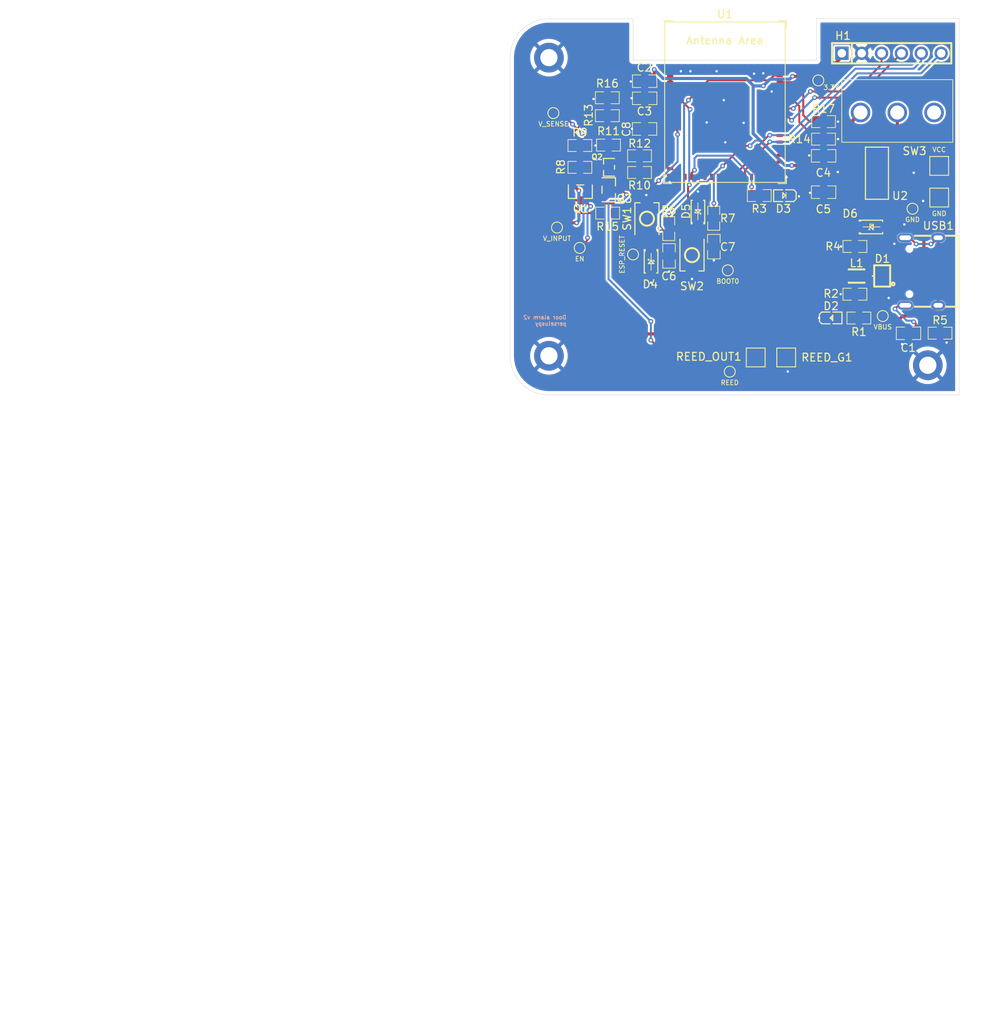
<source format=kicad_pcb>
(kicad_pcb (version 20240108) (generator "pcbnew") (generator_version "8.0")
  (layers (0 "F.Cu" signal) (31 "B.Cu" signal) (34 "B.Paste" user) (35 "F.Paste" user) (36 "B.SilkS" user "B.Silkscreen") (37 "F.SilkS" user "F.Silkscreen") (38 "B.Mask" user) (39 "F.Mask" user) (44 "Edge.Cuts" user))
  (net 0 "")
  (net 1 "/SHIELD")
  (net 2 "GND")
  (net 3 "/V_INPUT")
  (net 4 "+3.3V")
  (net 5 "/ESP_RESET")
  (net 6 "/BOOT0")
  (net 7 "/V_SENSE")
  (net 8 "/D-")
  (net 9 "/D+")
  (net 10 "/VBUS")
  (net 11 "/U0_TX")
  (net 12 "/U0_RX")
  (net 13 "/GEN_1")
  (net 14 "/GEN_2")
  (net 15 "/USB_D-")
  (net 16 "/USB_D+")
  (net 17 "/EN")
  (net 18 "Net-(Q1-D)")
  (net 19 "Net-(Q2-G)")
  (net 20 "Net-(Q3-S)")
  (net 21 "Net-(USB1-CC1)")
  (net 22 "/LED_EN")
  (net 23 "Net-(USB1-CC2)")
  (net 24 "/STRAP_3")
  (net 25 "/STRAP_45")
  (net 26 "/STRAP_46")
  (net 27 "VCC")
  (net 31 "/MEAS_EN")
  (net 55 "/REED")
  (net 56 "/REED_EN")
  (net 58 "Net-(D2-A)")
  (net 59 "Net-(D3-A)")
  (footprint "pepy_sym_lib:[TEST_POINT]TestPoint_Pad_2.0x2.0mm" (layer "F.Cu") (at 136.7536 82.9196)
    (property "Reference" "TP9")
    (property "Value" "VCC")
  )
  (footprint "pepy_sym_lib:[CAP_SMD]0805_2012Metric" (layer "F.Cu") (at 99.0714 74.2696 180)
    (property "Reference" "C3")
    (property "Value" "0.1u")
  )
  (footprint "pepy_sym_lib:[RES_SMD]0805_2012Metric" (layer "F.Cu") (at 121.9689 79.502)
    (property "Reference" "R14")
    (property "Value" "10k")
  )
  (footprint "pepy_sym_lib:[CAP_SMD]0805_2012Metric" (layer "F.Cu") (at 107.9352 93.2748 -90)
    (property "Reference" "C7")
    (property "Value" "1u")
  )
  (footprint "pepy_sym_lib:[TACTILE_SWITCH]XUNPU TS-1088-AR02016" (layer "F.Cu") (at 105.156 94.322 90)
    (property "Reference" "SW2")
    (property "Value" "TS-1088-AR02016")
  )
  (footprint "pepy_sym_lib:[TEST_POINT]TestPoint_Pad_D1.0mm" (layer "F.Cu") (at 87.44 76.17)
    (property "Reference" "TP8")
    (property "Value" "V_SENSE")
  )
  (footprint "pepy_sym_lib:[SCHOTTKY_DIODE_40V]STMicroelectronics STPS140Z" (layer "F.Cu") (at 128.1176 90.7288)
    (property "Reference" "D6")
    (property "Value" "STPS140Z")
  )
  (footprint "pepy_sym_lib:[RES_SMD]0805_2012Metric" (layer "F.Cu") (at 90.8285 83.1088 180)
    (property "Reference" "R8")
    (property "Value" "100k")
  )
  (footprint "pepy_sym_lib:[ESD_PROT]Nexperia IP4283CZ10-TBR,115" (layer "F.Cu") (at 129.4656 96.9852 90)
    (property "Reference" "D1")
    (property "Value" "IP4283CZ10-TBR,115")
  )
  (footprint "pepy_sym_lib:[RES_SMD]0805_2012Metric" (layer "F.Cu") (at 94.3337 74.2188 180)
    (property "Reference" "R16")
    (property "Value" "10k")
  )
  (footprint "pepy_sym_lib:[CAP_SMD]0805_2012Metric" (layer "F.Cu") (at 99.0714 72.0852 180)
    (property "Reference" "C2")
    (property "Value" "10u")
  )
  (footprint "pepy_sym_lib:[TEST_POINT]TestPoint_Pad_D1.0mm" (layer "F.Cu") (at 121.3 72)
    (property "Reference" "TP2")
    (property "Value" "3.3V")
  )
  (footprint "pepy_sym_lib:[PMOS]Jiangsu Changjing Electronics Technology Co., Ltd. CJ2301 S1" (layer "F.Cu") (at 94.5155 85.9688 180)
    (property "Reference" "Q3")
    (property "Value" "CJ2301 S1")
  )
  (footprint "pepy_sym_lib:[TEST_POINT]TestPoint_Pad_D1.0mm" (layer "F.Cu") (at 133.35 88.392)
    (property "Reference" "TP5")
    (property "Value" "GND")
  )
  (footprint "Fiducial:Fiducial_0.5mm_Mask1mm" (layer "F.Cu") (at 91.98 107.27)
    (property "Reference" "FID1" (hide yes))
    (property "Value" "")
  )
  (footprint "pepy_sym_lib:[LED]Lite-On LTST-C190KRKT" (layer "F.Cu") (at 122.936 102.362)
    (property "Reference" "D2")
    (property "Value" "LTST-C190KRKT")
  )
  (footprint "pepy_sym_lib:[RES_SMD]0805_2012Metric" (layer "F.Cu") (at 90.8285 80.31385)
    (property "Reference" "R9")
    (property "Value" "15k 1%")
  )
  (footprint "pepy_sym_lib:[MCU]Espressif Systems ESP32-S3-MINI-1-N8" (layer "F.Cu") (at 109.3686 77.3276)
    (property "Reference" "U1")
    (property "Value" "ESP32-S3-MINI-1")
  )
  (footprint "pepy_sym_lib:[RES_SMD]0805_2012Metric" (layer "F.Cu") (at 136.864 104.3)
    (property "Reference" "R5")
    (property "Value" "1M")
  )
  (footprint "pepy_sym_lib:[RES_SMD]0805_2012Metric" (layer "F.Cu") (at 113.754 86.7156)
    (property "Reference" "R3")
    (property "Value" "470R")
  )
  (footprint "pepy_sym_lib:[SCHOTTKY_DIODE_40V]STMicroelectronics STPS140Z" (layer "F.Cu") (at 99.923 95.1992 -90)
    (property "Reference" "D4")
    (property "Value" "STPS140Z")
  )
  (footprint "pepy_sym_lib:[LED]Lite-On LTST-C190KRKT" (layer "F.Cu") (at 116.9796 86.7156 180)
    (property "Reference" "D3")
    (property "Value" "LTST-C190KRKT")
  )
  (footprint "pepy_sym_lib:[TEST_POINT]TestPoint_Pad_D1.0mm" (layer "F.Cu") (at 109.728 96.266)
    (property "Reference" "TP4")
    (property "Value" "BOOT0")
  )
  (footprint "pepy_sym_lib:[RES_SMD]0805_2012Metric" (layer "F.Cu") (at 126.492 102.362 180)
    (property "Reference" "R1")
    (property "Value" "470R")
  )
  (footprint "pepy_sym_lib:[RES_SMD]0805_2012Metric" (layer "F.Cu") (at 98.4466 83.7692 180)
    (property "Reference" "R10")
    (property "Value" "1k")
  )
  (footprint "pepy_sym_lib:[RES_SMD]0805_2012Metric" (layer "F.Cu") (at 125.984 93.218)
    (property "Reference" "R4")
    (property "Value" "5.1k")
  )
  (footprint "pepy_sym_lib:[RES_SMD]0805_2012Metric" (layer "F.Cu") (at 102.1898 90.9364 -90)
    (property "Reference" "R6")
    (property "Value" "10k")
  )
  (footprint "Fiducial:Fiducial_0.5mm_Mask1mm" (layer "F.Cu") (at 91.61 68.87)
    (property "Reference" "FID3" (hide yes))
    (property "Value" "")
  )
  (footprint "pepy_sym_lib:[CAP_SMD]0805_2012Metric" (layer "F.Cu") (at 132.8 104.3 180)
    (property "Reference" "C1")
    (property "Value" "1u")
  )
  (footprint "MountingHole:MountingHole_2.2mm_M2_DIN965_Pad" (layer "F.Cu") (at 135.3 108.4)
    (property "Reference" "H2" (hide yes))
    (property "Value" "MountingHole_Pad")
  )
  (footprint "pepy_sym_lib:[RES_SMD]0805_2012Metric" (layer "F.Cu") (at 121.9727 77.2668)
    (property "Reference" "R17")
    (property "Value" "10k")
  )
  (footprint "pepy_sym_lib:[USB_C_16P_RA_FEMALE]SHOU HAN TYPE-C 16PIN 2MD(073)" (layer "F.Cu") (at 134.245 96.42 90)
    (property "Reference" "USB1")
    (property "Value" "TYPE-C 16PIN 2MD(073)")
  )
  (footprint "pepy_sym_lib:[TEST_POINT]TestPoint_Pad_2.0x2.0mm" (layer "F.Cu") (at 136.7536 86.9696)
    (property "Reference" "TP10")
    (property "Value" "GND")
  )
  (footprint "pepy_sym_lib:[SCHOTTKY_DIODE_40V]STMicroelectronics STPS140Z" (layer "F.Cu") (at 105.918 88.734 90)
    (property "Reference" "D5")
    (property "Value" "STPS140Z")
  )
  (footprint "pepy_sym_lib:[TEST_POINT]TestPoint_Pad_D1.0mm" (layer "F.Cu") (at 129.54 102.108)
    (property "Reference" "TP1")
    (property "Value" "VBUS")
  )
  (footprint "pepy_sym_lib:[RES_SMD]0805_2012Metric" (layer "F.Cu") (at 98.4485 81.6356)
    (property "Reference" "R12")
    (property "Value" "10k")
  )
  (footprint "pepy_sym_lib:[TEST_POINT]TestPoint_Pad_D1.0mm" (layer "F.Cu") (at 97.6178 94.2384 -90)
    (property "Reference" "TP3")
    (property "Value" "ESP_RESET")
  )
  (footprint "pepy_sym_lib:[RES_SMD]0805_2012Metric" (layer "F.Cu") (at 125.984 99.314)
    (property "Reference" "R2")
    (property "Value" "5.1k")
  )
  (footprint "pepy_sym_lib:[TEST_POINT]TestPoint_Pad_D1.0mm" (layer "F.Cu") (at 90.8 93.4)
    (property "Reference" "TP7")
    (property "Value" "EN")
  )
  (footprint "pepy_sym_lib:[PMOS]Jiangsu Changjing Electronics Technology Co., Ltd. CJ2301 S1" (layer "F.Cu") (at 90.8793 86.221 90)
    (property "Reference" "Q1")
    (property "Value" "CJ2301 S1")
  )
  (footprint "pepy_sym_lib:[TACTILE_SWITCH]XUNPU TS-1088-AR02016" (layer "F.Cu") (at 99.3958 89.6664 -90)
    (property "Reference" "SW1")
    (property "Value" "TS-1088-AR02016")
  )
  (footprint "pepy_sym_lib:[RES_SMD]0805_2012Metric" (layer "F.Cu") (at 94.3807 88.9508)
    (property "Reference" "R15")
    (property "Value" "30k")
  )
  (footprint "MountingHole:MountingHole_2.2mm_M2_DIN965_Pad" (layer "F.Cu") (at 86.868 107.188)
    (property "Reference" "H3" (hide yes))
    (property "Value" "MountingHole_Pad")
  )
  (footprint "TestPoint:TestPoint_Pad_2.0x2.0mm" (layer "F.Cu") (at 117.2 107.4 180)
    (property "Reference" "REED_G1")
    (property "Value" "REED_G")
  )
  (footprint "pepy_sym_lib:[CAP_SMD]0805_2012Metric" (layer "F.Cu") (at 121.9468 86.2658 180)
    (property "Reference" "C5")
    (property "Value" "22u")
  )
  (footprint "MountingHole:MountingHole_2.2mm_M2_DIN965_Pad" (layer "F.Cu") (at 86.868 69.088)
    (property "Reference" "H4" (hide yes))
    (property "Value" "MountingHole_Pad")
  )
  (footprint "pepy_sym_lib:[NMOS]Nexperia BSS138PW,115" (layer "F.Cu") (at 94.5513 83.0984)
    (property "Reference" "Q2")
    (property "Value" "BSS138PW,115")
  )
  (footprint "pepy_sym_lib:[TEST_POINT]TestPoint_Pad_D1.0mm" (layer "F.Cu") (at 109.982 109.22)
    (property "Reference" "TP11")
    (property "Value" "REED")
  )
  (footprint "pepy_sym_lib:[CAP_SMD]0805_2012Metric" (layer "F.Cu") (at 99.0562 78.1812 180)
    (property "Reference" "C8")
    (property "Value" "1u")
  )
  (footprint "pepy_sym_lib:[CAP_SMD]0805_2012Metric" (layer "F.Cu") (at 121.952 81.6216 180)
    (property "Reference" "C4")
    (property "Value" "22u")
  )
  (footprint "pepy_sym_lib:[TEST_POINT]TestPoint_Pad_D1.0mm" (layer "F.Cu") (at 87.9 90.8)
    (property "Reference" "TP6")
    (property "Value" "V_INPUT")
  )
  (footprint "TestPoint:TestPoint_Pad_2.0x2.0mm" (layer "F.Cu") (at 113.3 107.4 180)
    (property "Reference" "REED_OUT1")
    (property "Value" "REED_OUT")
  )
  (footprint "pepy_sym_lib:[COMMON_MODE_FILTER]Murata Electronics DLW21SN900SQ2L" (layer "F.Cu") (at 126.2 97 90)
    (property "Reference" "L1")
    (property "Value" "DLW21SN900SQ2L")
  )
  (footprint "pepy_sym_lib:[SLIDE_SWITCH]XKB Connection SS-12D10L5" (layer "F.Cu") (at 131.4 76.1)
    (property "Reference" "SW3")
    (property "Value" "SS-12D10L5")
  )
  (footprint "pepy_sym_lib:[LDO]Diodes Incorporated AP2114HA-3.3TRG1" (layer "F.Cu") (at 128.7 83.8568 180)
    (property "Reference" "U2")
    (property "Value" "AP2114HA-3.3TRG1")
  )
  (footprint "pepy_sym_lib:[RES_SMD]0805_2012Metric" (layer "F.Cu") (at 94.4842 80.264 180)
    (property "Reference" "R11")
    (property "Value" "15k 1%")
  )
  (footprint "pepy_sym_lib:[RES_SMD]0805_2012Metric" (layer "F.Cu") (at 107.9389 89.617 -90)
    (property "Reference" "R7")
    (property "Value" "10k")
  )
  (footprint "pepy_sym_lib:[CAP_SMD]0805_2012Metric" (layer "F.Cu") (at 102.209 94.4568 -90)
    (property "Reference" "C6")
    (property "Value" "1u")
  )
  (footprint "pepy_sym_lib:[6P_HEADER_STR]XFCN PZ254V-11-06P" (layer "F.Cu") (at 130.6576 68.5292)
    (property "Reference" "H1")
    (property "Value" "PZ254V-11-06P")
  )
  (footprint "pepy_sym_lib:[RES_SMD]0805_2012Metric" (layer "F.Cu") (at 94.3337 76.5048)
    (property "Reference" "R13")
    (property "Value" "10k")
  )
  (gr_line (start 81.9 107.18) (end 81.9 69.088) (stroke (width 0.05)) (layer "Edge.Cuts"))
  (gr_line (start 121.075 64.1) (end 139.3 64.1) (stroke (width 0.05)) (layer "Edge.Cuts"))
  (gr_arc (start 86.9 112.2) (mid 83.357402 110.728456) (end 81.9 107.18) (stroke (width 0.05)) (layer "Edge.Cuts"))
  (gr_line (start 139.3 112.2) (end 86.9 112.2) (stroke (width 0.05)) (layer "Edge.Cuts"))
  (gr_line (start 97.643856 69.41) (end 121.08 69.41) (stroke (width 0.05)) (layer "Edge.Cuts"))
  (gr_line (start 121.075 69.41) (end 121.075 64.1) (stroke (width 0.05)) (layer "Edge.Cuts"))
  (gr_line (start 97.639452 64.12) (end 97.639452 69.41) (stroke (width 0.05)) (layer "Edge.Cuts"))
  (gr_line (start 86.868 64.12) (end 97.639452 64.12) (stroke (width 0.05)) (layer "Edge.Cuts"))
  (gr_arc (start 81.9 69.088) (mid 83.355094 65.575094) (end 86.868 64.12) (stroke (width 0.05)) (layer "Edge.Cuts"))
  (gr_line (start 139.3 64.1) (end 139.3 112.2) (stroke (width 0.05)) (layer "Edge.Cuts"))
  (gr_text "Door alarm v2\nperseluspy\n" (at 89.154 103.378 0) (layer "B.SilkS") (effects (font (size 0.5 0.5) (thickness 0.1)) (justify left bottom mirror)))
  (segment (start 135.9515 104.3) (end 135.9515 101.4135) (width 0.25) (layer "F.Cu") (net 1))
  (segment (start 133 92.1) (end 133.8 92.9) (width 0.25) (layer "F.Cu") (net 1))
  (segment (start 133.55 102.85) (end 133.75 103.05) (width 0.25) (layer "F.Cu") (net 1))
  (segment (start 136.7555 100.8705) (end 136.625 100.74) (width 0.25) (layer "F.Cu") (net 1))
  (segment (start 133.5 102.85) (end 133.55 102.85) (width 0.25) (layer "F.Cu") (net 1))
  (segment (start 132.415 100.74) (end 131.56 100.74) (width 0.25) (layer "F.Cu") (net 1))
  (segment (start 136.625 100.74) (end 136.625 92.1) (width 0.25) (layer "F.Cu") (net 1))
  (segment (start 133.75 104.3) (end 135.9515 104.3) (width 0.25) (layer "F.Cu") (net 1))
  (segment (start 131.56 100.74) (end 131.1 101.2) (width 0.25) (layer "F.Cu") (net 1))
  (segment (start 135.9515 101.4135) (end 136.625 100.74) (width 0.25) (layer "F.Cu") (net 1))
  (segment (start 132.415 100.919) (end 132.415 100.74) (width 0.25) (layer "F.Cu") (net 1))
  (segment (start 132.415 92.1) (end 133 92.1) (width 0.25) (layer "F.Cu") (net 1))
  (segment (start 135.7 92.9) (end 135.825 92.9) (width 0.25) (layer "F.Cu") (net 1))
  (segment (start 135.825 92.9) (end 136.625 92.1) (width 0.25) (layer "F.Cu") (net 1))
  (segment (start 133.75 103.05) (end 133.75 104.3) (width 0.25) (layer "F.Cu") (net 1))
  (via (at 131.1 101.2) (size 0.6) (drill 0.3) (layers "F.Cu" "B.Cu") (net 1))
  (via (at 133.5 102.85) (size 0.6) (drill 0.3) (layers "F.Cu" "B.Cu") (net 1))
  (via (at 133.8 92.9) (size 0.6) (drill 0.3) (layers "F.Cu" "B.Cu") (net 1))
  (via (at 135.7 92.9) (size 0.6) (drill 0.3) (layers "F.Cu" "B.Cu") (net 1))
  (segment (start 133.5 102.7) (end 133.5 102.85) (width 0.25) (layer "B.Cu") (net 1))
  (segment (start 133.8 92.9) (end 135.7 92.9) (width 0.25) (layer "B.Cu") (net 1))
  (segment (start 132.6 102.7) (end 133.5 102.7) (width 0.25) (layer "B.Cu") (net 1))
  (segment (start 131.1 101.2) (end 132.6 102.7) (width 0.25) (layer "B.Cu") (net 1))
  (segment (start 110.2186 70.3276) (end 111.0686 70.3276) (width 0.4) (layer "F.Cu") (net 2))
  (segment (start 95.4513 82.4484) (end 96.7232 82.4484) (width 0.25) (layer "F.Cu") (net 2))
  (segment (start 121.412 102.362) (end 122.136 102.362) (width 0.25) (layer "F.Cu") (net 2))
  (segment (start 99.3958 86.7256) (end 99.314 86.6438) (width 0.25) (layer "F.Cu") (net 2))
  (segment (start 95.0484 82.4484) (end 93.5717 80.9717) (width 0.25) (layer "F.Cu") (net 2))
  (segment (start 111.0186 77.3276) (end 111.6684 77.3276) (width 0.25) (layer "F.Cu") (net 2))
  (segment (start 107.7186 78.9776) (end 109.6772 78.9776) (width 0.25) (layer "F.Cu") (net 2))
  (segment (start 102.3 84.3962) (end 102.3686 84.3276) (width 0.4) (layer "F.Cu") (net 2))
  (segment (start 107.95 94.19) (end 107.95 94.996) (width 0.25) (layer "F.Cu") (net 2))
  (segment (start 109.3724 75.0316) (end 109.3686 75.0354) (width 0.25) (layer "F.Cu") (net 2))
  (segment (start 99.923 96.8892) (end 99.923 97.8408) (width 0.25) (layer "F.Cu") (net 2))
  (segment (start 128.233272 96.9852) (end 129.0356 96.9852) (width 0.2) (layer "F.Cu") (net 2))
  (segment (start 103.4186 70.3276) (end 103.4186 70.5122) (width 0.4) (layer "F.Cu") (net 2))
  (segment (start 132.3 89.442) (end 132.3 90.4) (width 0.4) (layer "F.Cu") (net 2))
  (segment (start 133.35 88.392) (end 132.3 89.442) (width 0.4) (layer "F.Cu") (net 2))
  (segment (start 134.8764 87.2236) (end 134.7 87.4) (width 0.4) (layer "F.Cu") (net 2))
  (segment (start 112.4712 70.3276) (end 112.7686 70.3276) (width 0.4) (layer "F.Cu") (net 2))
  (segment (start 93.5717 80.9717) (end 93.5717 80.264) (width 0.25) (layer "F.Cu") (net 2))
  (segment (start 111.0186 78.9776) (end 111.0186 77.3276) (width 0.25) (layer "F.Cu") (net 2))
  (segment (start 137.7765 105.4235) (end 137.7 105.5) (width 0.25) (layer "F.Cu") (net 2))
  (segment (start 102.3686 71.3776) (end 102.3686 70.3276) (width 0.4) (layer "F.Cu") (net 2))
  (segment (start 109.3686 79.8538) (end 109.4232 79.9084) (width 0.25) (layer "F.Cu") (net 2))
  (segment (start 105.1186 70.6614) (end 104.9528 70.8272) (width 0.4) (layer "F.Cu") (net 2))
  (segment (start 92.7246 74.2188) (end 92.5722 74.3712) (width 0.25) (layer "F.Cu") (net 2))
  (segment (start 130.48 99.62) (end 130.3 99.8) (width 0.4) (layer "F.Cu") (net 2))
  (segment (start 107.7186 78.9776) (end 107.7186 77.3276) (width 0.25) (layer "F.Cu") (net 2))
  (segment (start 93.5717 80.264) (end 92.8624 80.264) (width 0.4) (layer "F.Cu") (net 2))
  (segment (start 114.4686 70.8914) (end 114.27 71.09) (width 0.4) (layer "F.Cu") (net 2))
  (segment (start 117.7796 86.7156) (end 118.7196 86.7156) (width 0.25) (layer "F.Cu") (net 2))
  (segment (start 109.3686 77.3276) (end 109.3686 75.6776) (width 0.25) (layer "F.Cu") (net 2))
  (segment (start 109.3686 78.9776) (end 109.3686 77.3276) (width 0.25) (layer "F.Cu") (net 2))
  (segment (start 109.6772 78.9776) (end 111.0186 78.9776) (width 0.25) (layer "F.Cu") (net 2))
  (segment (start 109.3686 74.6722) (end 109.22 74.5236) (width 0.25) (layer "F.Cu") (net 2))
  (segment (start 108.2548 70.3276) (end 109.3686 70.3276) (width 0.4) (layer "F.Cu") (net 2))
  (segment (start 97.536 81.6356) (end 97.1785 81.6356) (width 0.25) (layer "F.Cu") (net 2))
  (segment (start 123.83 79.502) (end 122.8814 79.502) (width 0.25) (layer "F.Cu") (net 2))
  (segment (start 109.3686 70.3276) (end 110.2186 70.3276) (width 0.4) (layer "F.Cu") (net 2))
  (segment (start 93.4212 74.2188) (end 92.7246 74.2188) (width 0.25) (layer "F.Cu") (net 2))
  (segment (start 98.1214 74.2696) (end 97.4344 74.2696) (width 0.25) (layer "F.Cu") (net 2))
  (segment (start 109.3686 75.6776) (end 111.0186 75.6776) (width 0.25) (layer "F.Cu") (net 2))
  (segment (start 95.4513 82.4484) (end 95.0484 82.4484) (width 0.25) (layer "F.Cu") (net 2))
  (segment (start 108.2548 70.3276) (end 108.5186 70.3276) (width 0.4) (layer "F.Cu") (net 2))
  (segment (start 136.8552 87.2236) (end 134.8764 87.2236) (width 0.4) (layer "F.Cu") (net 2))
  (segment (start 105.918 87.044) (end 105.918 86.194) (width 0.25) (layer "F.Cu") (net 2))
  (segment (start 133.4432 83.8568) (end 133.5 83.8) (width 0.4) (layer "F.Cu") (net 2))
  (segment (start 107.0764 77.3276) (end 107.0356 77.3684) (width 0.25) (layer "F.Cu") (net 2))
  (segment (start 109.3686 75.6776) (end 109.3686 75.0354) (width 0.25) (layer "F.Cu") (net 2))
  (segment (start 131.85 105.55) (end 132 105.7) (width 0.25) (layer "F.Cu") (net 2))
  (segment (start 107.7186 75.6776) (end 109.3686 75.6776) (width 0.25) (layer "F.Cu") (net 2))
  (segment (start 125.0715 93.218) (end 124.206 93.218) (width 0.25) (layer "F.Cu") (net 2))
  (segment (start 117.2 109) (end 117.4 109.2) (width 0.4) (layer "F.Cu") (net 2))
  (segment (start 102.3686 72.2276) (end 102.3686 71.3776) (width 0.4) (layer "F.Cu") (net 2))
  (segment (start 106.8186 70.3276) (end 107.3912 70.3276) (width 0.4) (layer "F.Cu") (net 2))
  (segment (start 116.3686 84.3276) (end 117.1952 84.3276) (width 0.4) (layer "F.Cu") (net 2))
  (segment (start 108.5186 70.6142) (end 108.3056 70.8272) (width 0.4) (layer "F.Cu") (net 2))
  (segment (start 109.3686 78.9776) (end 109.6772 78.9776) (width 0.25) (layer "F.Cu") (net 2))
  (segment (start 117.1952 84.3276) (end 117.2464 84.3788) (width 0.4) (layer "F.Cu") (net 2))
  (segment (start 120.3378 86.2658) (end 120.2436 86.36) (width 0.4) (layer "F.Cu") (net 2))
  (segment (start 111.6684 77.3276) (end 111.76 77.4192) (width 0.25) (layer "F.Cu") (net 2))
  (segment (start 114.4686 70.3276) (end 115.3186 70.3276) (width 0.4) (layer "F.Cu") (net 2))
  (segment (start 111.9186 70.3276) (end 112.4712 70.3276) (width 0.4) (layer "F.Cu") (net 2))
  (segment (start 131.865 99.62) (end 130.48 99.62) (width 0.4) (layer "F.Cu") (net 2))
  (segment (start 125.73 83.8568) (end 123.9568 83.8568) (width 0.4) (layer "F.Cu") (net 2))
  (segment (start 114.4686 70.3276) (end 114.4686 70.8914) (width 0.4) (layer "F.Cu") (net 2))
  (segment (start 108.5186 70.3276) (end 108.5186 70.6142) (width 0.4) (layer "F.Cu") (net 2))
  (segment (start 107.7186 77.3276) (end 107.7186 75.6776) (width 0.25) (layer "F.Cu") (net 2))
  (segment (start 105.1186 70.3276) (end 105.1186 70.6614) (width 0.4) (layer "F.Cu") (net 2))
  (segment (start 103.4186 70.3276) (end 104.2686 70.3276) (width 0.4) (layer "F.Cu") (net 2))
  (segment (start 102.3 85) (end 102.3 84.3962) (width 0.4) (layer "F.Cu") (net 2))
  (segment (start 124.166 99.314) (end 125.0715 99.314) (width 0.25) (layer "F.Cu") (net 2))
  (segment (start 105.9686 70.3276) (end 106.8186 70.3276) (width 0.4) (layer "F.Cu") (net 2))
  (segment (start 111.0186 75.6776) (end 111.0186 77.3276) (width 0.25) (layer "F.Cu") (net 2))
  (segment (start 107.7186 77.3276) (end 107.0764 77.3276) (width 0.25) (layer "F.Cu") (net 2))
  (segment (start 109.3686 77.3276) (end 111.0186 77.3276) (width 0.25) (layer "F.Cu") (net 2))
  (segment (start 104.2686 70.3276) (end 105.1186 70.3276) (width 0.4) (layer "F.Cu") (net 2))
  (segment (start 131.865 93.22) (end 131.753 93.22) (width 0.4) (layer "F.Cu") (net 2))
  (segment (start 115.3186 70.3276) (end 116.3686 70.3276) (width 0.4) (layer "F.Cu") (net 2))
  (segment (start 120.1788 81.6216) (end 120.142 81.5848) (width 0.25) (layer "F.Cu") (net 2))
  (segment (start 92.8624 80.264) (end 92.8116 80.3148) (width 0.4) (layer "F.Cu") (net 2))
  (segment (start 111.0686 70.3276) (end 111.9186 70.3276) (width 0.4) (layer "F.Cu") (net 2))
  (segment (start 113.6186 70.3276) (end 114.4686 70.3276) (width 0.4) (layer "F.Cu") (net 2))
  (segment (start 117.2 107.4) (end 117.2 109) (width 0.4) (layer "F.Cu") (net 2))
  (segment (start 99.927 97.8368) (end 99.923 97.8408) (width 0.25) (layer "F.Cu") (net 2))
  (segment (start 102.3686 70.3276) (end 103.4186 70.3276) (width 0.4) (layer "F.Cu") (net 2))
  (segment (start 97.3836 72.0852) (end 97.3328 72.136) (width 0.25) (layer "F.Cu") (net 2))
  (segment (start 123.9568 83.8568) (end 123.8 83.7) (width 0.4) (layer "F.Cu") (net 2))
  (segment (start 105.1186 70.3276) (end 105.9686 70.3276) (width 0.4) (layer "F.Cu") (net 2))
  (segment (start 98.1062 78.1812) (end 97.4852 78.1812) (width 0.4) (layer "F.Cu") (net 2))
  (segment (start 113.09 71.14) (end 112.7686 70.8186) (width 0.4) (layer "F.Cu") (net 2))
  (segment (start 131.85 104.3) (end 131.85 105.55) (width 0.25) (layer "F.Cu") (net 2))
  (segment (start 109.3686 78.9776) (end 109.3686 79.8538) (width 0.25) (layer "F.Cu") (net 2))
  (segment (start 99.3958 87.4864) (end 99.3958 86.7256) (width 0.25) (layer "F.Cu") (net 2))
  (segment (start 131.67 83.8568) (end 133.4432 83.8568) (width 0.4) (layer "F.Cu") (net 2))
  (segment (start 123.83 77.2668) (end 122.8852 77.2668) (width 0.25) (layer "F.Cu") (net 2))
  (segment (start 107.3912 70.3276) (end 108.2548 70.3276) (width 0.4) (layer "F.Cu") (net 2))
  (segment (start 121.002 81.6216) (end 120.1788 81.6216) (width 0.25) (layer "F.Cu") (net 2))
  (segment (start 107.3912 70.3276) (end 107.6686 70.3276) (width 0.4) (layer "F.Cu") (net 2))
  (segment (start 116.3686 73.0776) (end 116.3686 73.9276) (width 0.4) (layer "F.Cu") (net 2))
  (segment (start 131.865 93.22) (end 131.364662 93.22) (width 0.4) (layer "F.Cu") (net 2))
  (segment (start 107.7186 77.3276) (end 109.3686 77.3276) (width 0.25) (layer "F.Cu") (net 2))
  (segment (start 105.156 96.502) (end 105.156 97.37) (width 0.25) (layer "F.Cu") (net 2))
  (segment (start 112.4712 70.3276) (end 113.6186 70.3276) (width 0.4) (layer "F.Cu") (net 2))
  (segment (start 102.209 95.4068) (end 102.209 96.4184) (width 0.25) (layer "F.Cu") (net 2))
  (segment (start 131.364662 93.22) (end 131.022331 92.877669) (width 0.4) (layer "F.Cu") (net 2))
  (segment (start 103.4186 70.5122) (end 103.7336 70.8272) (width 0.4) (layer "F.Cu") (net 2))
  (segment (start 115.34 73.42) (end 115.6824 73.0776) (width 0.4) (layer "F.Cu") (net 2))
  (segment (start 129.8956 96.9852) (end 129.0356 96.9852) (width 0.2) (layer "F.Cu") (net 2))
  (segment (start 109.3686 75.0354) (end 109.3686 74.6722) (width 0.25) (layer "F.Cu") (net 2))
  (segment (start 120.9968 86.2658) (end 120.3378 86.2658) (width 0.4) (layer "F.Cu") (net 2))
  (segment (start 112.7686 70.8186) (end 112.7686 70.3276) (width 0.4) (layer "F.Cu") (net 2))
  (segment (start 137.7765 104.3) (end 137.7765 105.4235) (width 0.25) (layer "F.Cu") (net 2))
  (segment (start 98.1214 72.0852) (end 97.3836 72.0852) (width 0.25) (layer "F.Cu") (net 2))
  (segment (start 115.6824 73.0776) (end 116.3686 73.0776) (width 0.4) (layer "F.Cu") (net 2))
  (segment (start 96.7232 82.4484) (end 97.536 81.6356) (width 0.25) (layer "F.Cu") (net 2))
  (segment (start 118.7196 86.7156) (end 118.8212 86.8172) (width 0.25) (layer "F.Cu") (net 2))
  (via (at 130.3 99.8) (size 0.6) (drill 0.3) (layers "F.Cu" "B.Cu") (net 2))
  (via (at 102.3 85) (size 0.6) (drill 0.3) (layers "F.Cu" "B.Cu") (net 2))
  (via (at 117.4 109.2) (size 0.6) (drill 0.3) (layers "F.Cu" "B.Cu") (net 2))
  (via (at 107.0356 77.3684) (size 0.6) (drill 0.3) (layers "F.Cu" "B.Cu") (net 2))
  (via (at 103.7336 70.8272) (size 0.6) (drill 0.3) (layers "F.Cu" "B.Cu") (net 2))
  (via (at 107.95 94.996) (size 0.6) (drill 0.3) (layers "F.Cu" "B.Cu") (net 2))
  (via (at 132 105.7) (size 0.6) (drill 0.3) (layers "F.Cu" "B.Cu") (net 2))
  (via (at 120.142 81.5848) (size 0.6) (drill 0.3) (layers "F.Cu" "B.Cu") (net 2))
  (via (at 123.8 83.7) (size 0.6) (drill 0.3) (layers "F.Cu" "B.Cu") (net 2))
  (via (at 97.4852 78.1812) (size 0.6) (drill 0.3) (layers "F.Cu" "B.Cu") (net 2))
  (via (at 105.156 97.37) (size 0.6) (drill 0.3) (layers "F.Cu" "B.Cu") (net 2))
  (via (at 105.918 86.194) (size 0.6) (drill 0.3) (layers "F.Cu" "B.Cu") (net 2))
  (via (at 133.5 83.8) (size 0.6) (drill 0.3) (layers "F.Cu" "B.Cu") (net 2))
  (via (at 132.3 90.4) (size 0.6) (drill 0.3) (layers "F.Cu" "B.Cu") (net 2))
  (via (at 109.22 74.5236) (size 0.6) (drill 0.3) (layers "F.Cu" "B.Cu") (net 2))
  (via (at 121.412 102.362) (size 0.6) (drill 0.3) (layers "F.Cu" "B.Cu") (net 2))
  (via (at 102.209 96.4184) (size 0.6) (drill 0.3) (layers "F.Cu" "B.Cu") (net 2))
  (via (at 97.3328 72.136) (size 0.6) (drill 0.3) (layers "F.Cu" "B.Cu") (net 2))
  (via (at 124.166 99.314) (size 0.6) (drill 0.3) (layers "F.Cu" "B.Cu") (net 2))
  (via (at 92.8116 80.3148) (size 0.6) (drill 0.3) (layers "F.Cu" "B.Cu") (net 2))
  (via (at 120.2436 86.36) (size 0.6) (drill 0.3) (layers "F.Cu" "B.Cu") (net 2))
  (via (at 113.09 71.14) (size 0.6) (drill 0.3) (layers "F.Cu" "B.Cu") (net 2))
  (via (at 117.2464 84.3788) (size 0.6) (drill 0.3) (layers "F.Cu" "B.Cu") (net 2))
  (via (at 111.76 77.4192) (size 0.6) (drill 0.3) (layers "F.Cu" "B.Cu") (net 2))
  (via (at 114.27 71.09) (size 0.6) (drill 0.3) (layers "F.Cu" "B.Cu") (net 2))
  (via (at 131.022331 92.877669) (size 0.6) (drill 0.3) (layers "F.Cu" "B.Cu") (net 2))
  (via (at 128.233272 96.9852) (size 0.3) (drill 0.18) (layers "F.Cu" "B.Cu") (net 2))
  (via (at 92.5722 74.3712) (size 0.6) (drill 0.3) (layers "F.Cu" "B.Cu") (net 2))
  (via (at 99.314 86.6438) (size 0.6) (drill 0.3) (layers "F.Cu" "B.Cu") (net 2))
  (via (at 115.34 73.42) (size 0.6) (drill 0.3) (layers "F.Cu" "B.Cu") (net 2))
  (via (at 118.8212 86.8172) (size 0.6) (drill 0.3) (layers "F.Cu" "B.Cu") (net 2))
  (via (at 104.9528 70.8272) (size 0.6) (drill 0.3) (layers "F.Cu" "B.Cu") (net 2))
  (via (at 99.923 97.8408) (size 0.6) (drill 0.3) (layers "F.Cu" "B.Cu") (net 2))
  (via (at 123.83 79.502) (size 0.6) (drill 0.3) (layers "F.Cu" "B.Cu") (net 2))
  (via (at 108.3056 70.8272) (size 0.6) (drill 0.3) (layers "F.Cu" "B.Cu") (net 2))
  (via (at 134.7 87.4) (size 0.6) (drill 0.3) (layers "F.Cu" "B.Cu") (net 2))
  (via (at 124.206 93.218) (size 0.6) (drill 0.3) (layers "F.Cu" "B.Cu") (net 2))
  (via (at 123.83 77.2668) (size 0.6) (drill 0.3) (layers "F.Cu" "B.Cu") (net 2))
  (via (at 137.7 105.5) (size 0.6) (drill 0.3) (layers "F.Cu" "B.Cu") (net 2))
  (via (at 109.4232 79.9084) (size 0.6) (drill 0.3) (layers "F.Cu" "B.Cu") (net 2))
  (via (at 97.4344 74.2696) (size 0.6) (drill 0.3) (layers "F.Cu" "B.Cu") (net 2))
  (segment (start 134.8 100.84) (end 133.54 102.1) (width 0.4) (layer "F.Cu") (net 3))
  (segment (start 131.94 91.100661) (end 131.94 91.13) (width 0.4) (layer "F.Cu") (net 3))
  (segment (start 126.4276 89.8044) (end 126.4276 90.7288) (width 0.4) (layer "F.Cu") (net 3))
  (segment (start 89.9293 85.121) (end 89.9293 85.3293) (width 0.4) (layer "F.Cu") (net 3))
  (segment (start 134.8 91.8) (end 134.8 100.84) (width 0.4) (layer "F.Cu") (net 3))
  (segment (start 132.088 102.1) (end 129.794 104.394) (width 0.4) (layer "F.Cu") (net 3))
  (segment (start 128.524 88.7984) (end 128.8288 88.4936) (width 0.4) (layer "F.Cu") (net 3))
  (segment (start 128.8288 88.4936) (end 129.332939 88.4936) (width 0.4) (layer "F.Cu") (net 3))
  (segment (start 131.94 91.13) (end 131.96 91.15) (width 0.4) (layer "F.Cu") (net 3))
  (segment (start 126.414 89.7908) (end 126.4276 89.8044) (width 0.4) (layer "F.Cu") (net 3))
  (segment (start 129.794 104.394) (end 96.294 104.394) (width 0.4) (layer "F.Cu") (net 3))
  (segment (start 128.8288 82.042) (end 128.3436 81.5568) (width 0.4) (layer "F.Cu") (net 3))
  (segment (start 131.96 91.15) (end 134.15 91.15) (width 0.4) (layer "F.Cu") (net 3))
  (segment (start 90.4 90.2) (end 88.5 90.2) (width 0.4) (layer "F.Cu") (net 3))
  (segment (start 89.916 83.1088) (end 89.916 85.1077) (width 0.25) (layer "F.Cu") (net 3))
  (segment (start 87.9 96) (end 87.9 90.8) (width 0.4) (layer "F.Cu") (net 3))
  (segment (start 122.9668 81.5568) (end 122.902 81.6216) (width 0.4) (layer "F.Cu") (net 3))
  (segment (start 134.15 91.15) (end 134.8 91.8) (width 0.4) (layer "F.Cu") (net 3))
  (segment (start 127.4064 88.7984) (end 128.524 88.7984) (width 0.4) (layer "F.Cu") (net 3))
  (segment (start 89.916 85.1077) (end 89.9293 85.121) (width 0.25) (layer "F.Cu") (net 3))
  (segment (start 89.9293 85.3293) (end 90.7 86.1) (width 0.4) (layer "F.Cu") (net 3))
  (segment (start 96.294 104.394) (end 87.9 96) (width 0.4) (layer "F.Cu") (net 3))
  (segment (start 126.414 89.7908) (end 127.4064 88.7984) (width 0.4) (layer "F.Cu") (net 3))
  (segment (start 133.54 102.1) (end 132.088 102.1) (width 0.4) (layer "F.Cu") (net 3))
  (segment (start 128.8288 88.4936) (end 128.8288 82.042) (width 0.4) (layer "F.Cu") (net 3))
  (segment (start 125.73 81.5568) (end 125.73 77.07) (width 0.4) (layer "F.Cu") (net 3))
  (segment (start 125.73 77.07) (end 126.7 76.1) (width 0.4) (layer "F.Cu") (net 3))
  (segment (start 129.332939 88.4936) (end 131.94 91.100661) (width 0.4) (layer "F.Cu") (net 3))
  (segment (start 125.73 81.5568) (end 122.9668 81.5568) (width 0.4) (layer "F.Cu") (net 3))
  (segment (start 128.3436 81.5568) (end 125.73 81.5568) (width 0.4) (layer "F.Cu") (net 3))
  (segment (start 88.5 90.2) (end 87.9 90.8) (width 0.4) (layer "F.Cu") (net 3))
  (via (at 90.7 86.1) (size 0.6) (drill 0.3) (layers "F.Cu" "B.Cu") (net 3))
  (via (at 90.4 90.2) (size 0.6) (drill 0.3) (layers "F.Cu" "B.Cu") (net 3))
  (segment (start 90.7 86.1) (end 90.7 89.9) (width 0.4) (layer "B.Cu") (net 3))
  (segment (start 90.7 89.9) (end 90.4 90.2) (width 0.4) (layer "B.Cu") (net 3))
  (segment (start 92.12174 76.5048) (end 92.4052 76.5048) (width 0.25) (layer "F.Cu") (net 4))
  (segment (start 92.4052 76.5048) (end 91.8972 75.9968) (width 0.25) (layer "F.Cu") (net 4))
  (segment (start 117.91 82.87) (end 118.7856 82.87) (width 0.4) (layer "F.Cu") (net 4))
  (segment (start 88.138 86.1147) (end 88.138 80.48854) (width 0.25) (layer "F.Cu") (net 4))
  (segment (start 100.0214 74.2696) (end 100.0214 73.9648) (width 0.4) (layer "F.Cu") (net 4))
  (segment (start 100.0214 73.9648) (end 100.9086 73.0776) (width 0.4) (layer "F.Cu") (net 4))
  (segment (start 100.0214 71.2686) (end 100.0214 72.0852) (width 0.25) (layer "F.Cu") (net 4))
  (segment (start 121.4628 84.0232) (end 122.8968 85.4572) (width 0.4) (layer "F.Cu") (net 4))
  (segment (start 107.9389 87.7291) (end 107.95 87.718) (width 0.25) (layer "F.Cu") (net 4))
  (segment (start 100.33 70.612) (end 100.33 71.7766) (width 0.4) (layer "F.Cu") (net 4))
  (segment (start 88.138 80.48854) (end 92.12174 76.5048) (width 0.25) (layer "F.Cu") (net 4))
  (segment (start 100.0214 72.0852) (end 100.9866 73.0504) (width 0.4) (layer "F.Cu") (net 4))
  (segment (start 92.3544 70.8152) (end 99.568 70.8152) (width 0.25) (layer "F.Cu") (net 4))
  (segment (start 112.58 80.36) (end 111.65 80.36) (width 0.25) (layer "F.Cu") (net 4))
  (segment (start 118.7856 82.87) (end 119.9388 84.0232) (width 0.4) (layer "F.Cu") (net 4))
  (segment (start 101.0138 73.0776) (end 102.3686 73.0776) (width 0.4) (layer "F.Cu") (net 4))
  (segment (start 123.0058 86.1568) (end 122.8968 86.2658) (width 0.4) (layer "F.Cu") (net 4))
  (segment (start 122.8968 85.4572) (end 122.8968 86.2658) (width 0.4) (layer "F.Cu") (net 4))
  (segment (start 124.3076 68.5292) (end 124.3076 68.9924) (width 0.4) (layer "F.Cu") (net 4))
  (segment (start 100.9086 73.0776) (end 101.0138 73.0776) (width 0.4) (layer "F.Cu") (net 4))
  (segment (start 119.9388 84.0232) (end 121.4628 84.0232) (width 0.4) (layer "F.Cu") (net 4))
  (segment (start 93.4212 76.5048) (end 92.4052 76.5048) (width 0.25) (layer "F.Cu") (net 4))
  (segment (start 102.1898 89.06569) (end 102.231745 89.023745) (width 0.25) (layer "F.Cu") (net 4))
  (segment (start 107.9389 88.7045) (end 107.9389 87.7291) (width 0.25) (layer "F.Cu") (net 4))
  (segment (start 124.3076 68.9924) (end 121.3 72) (width 0.4) (layer "F.Cu") (net 4))
  (segment (start 91.8972 71.2724) (end 92.3544 70.8152) (width 0.25) (layer "F.Cu") (net 4))
  (segment (start 93.4682 88.9508) (end 90.9741 88.9508) (width 0.25) (layer "F.Cu") (net 4))
  (segment (start 100.9866 73.0504) (end 101.0138 73.0776) (width 0.4) (layer "F.Cu") (net 4))
  (segment (start 111.65 80.36) (end 109.08 82.93) (width 0.25) (layer "F.Cu") (net 4))
  (segment (start 102.1898 90.0239) (end 102.1898 89.06569) (width 0.25) (layer "F.Cu") (net 4))
  (segment (start 100.33 71.7766) (end 100.0214 72.0852) (width 0.4) (layer "F.Cu") (net 4))
  (segment (start 90.9741 88.9508) (end 88.138 86.1147) (width 0.25) (layer "F.Cu") (net 4))
  (segment (start 99.568 70.8152) (end 100.0214 71.2686) (width 0.25) (layer "F.Cu") (net 4))
  (segment (start 125.73 86.1568) (end 123.0058 86.1568) (width 0.4) (layer "F.Cu") (net 4))
  (segment (start 120.78 71.48) (end 118.01 71.48) (width 0.4) (layer "F.Cu") (net 4))
  (segment (start 121.3 72) (end 120.78 71.48) (width 0.4) (layer "F.Cu") (net 4))
  (segment (start 91.8972 75.9968) (end 91.8972 71.2724) (width 0.25) (layer "F.Cu") (net 4))
  (via (at 102.231745 89.023745) (size 0.6) (drill 0.3) (layers "F.Cu" "B.Cu") (net 4))
  (via (at 112.58 80.36) (size 0.6) (drill 0.3) (layers "F.Cu" "B.Cu") (net 4))
  (via (at 107.95 87.718) (size 0.6) (drill 0.3) (layers "F.Cu" "B.Cu") (net 4))
  (via (at 109.08 82.93) (size 0.6) (drill 0.3) (layers "F.Cu" "B.Cu") (net 4))
  (via (at 112.58 80.36) (size 0.6) (drill 0.3) (layers "F.Cu" "B.Cu") (net 4))
  (via (at 118.01 71.48) (size 0.6) (drill 0.3) (layers "F.Cu" "B.Cu") (net 4))
  (via (at 114.27 72.7) (size 0.6) (drill 0.3) (layers "F.Cu" "B.Cu") (net 4))
  (via (at 100.33 70.612) (size 0.6) (drill 0.3) (layers "F.Cu" "B.Cu") (net 4))
  (via (at 117.91 82.87) (size 0.6) (drill 0.3) (layers "F.Cu" "B.Cu") (net 4))
  (segment (start 112.97 72.6348) (end 112.0902 71.755) (width 0.4) (layer "B.Cu") (net 4))
  (segment (start 112.97 78.780664) (end 112.97 72.6348) (width 0.4) (layer "B.Cu") (net 4))
  (segment (start 118.01 71.48) (end 117.65 71.84) (width 0.4) (layer "B.Cu") (net 4))
  (segment (start 112.0902 71.755) (end 101.473 71.755) (width 0.4) (layer "B.Cu") (net 4))
  (segment (start 107.95 84.06) (end 107.95 87.718) (width 0.25) (layer "B.Cu") (net 4))
  (segment (start 114.27 72.7) (end 113.0352 72.7) (width 0.4) (layer "B.Cu") (net 4))
  (segment (start 113.0352 72.7) (end 112.97 72.6348) (width 0.4) (layer "B.Cu") (net 4))
  (segment (start 117.91 82.87) (end 117.059336 82.87) (width 0.4) (layer "B.Cu") (net 4))
  (segment (start 115.13 71.84) (end 114.27 72.7) (width 0.4) (layer "B.Cu") (net 4))
  (segment (start 102.231745 89.023745) (end 102.231745 88.88185) (width 0.25) (layer "B.Cu") (net 4))
  (segment (start 117.059336 82.87) (end 113.869668 79.680332) (width 0.4) (layer "B.Cu") (net 4))
  (segment (start 107.038758 84.971242) (end 107.95 84.06) (width 0.25) (layer "B.Cu") (net 4))
  (segment (start 112.534 72.1988) (end 112.0902 71.755) (width 0.4) (layer "B.Cu") (net 4))
  (segment (start 112.58 80.36) (end 113.259668 79.680332) (width 0.25) (layer "B.Cu") (net 4))
  (segment (start 113.259668 79.680332) (end 113.869668 79.680332) (width 0.25) (layer "B.Cu") (net 4))
  (segment (start 101.473 71.755) (end 100.33 70.612) (width 0.4) (layer "B.Cu") (net 4))
  (segment (start 117.65 71.84) (end 115.13 71.84) (width 0.4) (layer "B.Cu") (net 4))
  (segment (start 109.08 82.93) (end 107.95 84.06) (width 0.25) (layer "B.Cu") (net 4))
  (segment (start 113.869668 79.680332) (end 112.97 78.780664) (width 0.4) (layer "B.Cu") (net 4))
  (segment (start 106.142353 84.971242) (end 107.038758 84.971242) (width 0.25) (layer "B.Cu") (net 4))
  (segment (start 102.231745 88.88185) (end 106.142353 84.971242) (width 0.25) (layer "B.Cu") (net 4))
  (segment (start 104.6988 74.5236) (end 107.2388 71.9836) (width 0.25) (layer "F.Cu") (net 5))
  (segment (start 97.6178 92.4604) (end 97.6178 94.2384) (width 0.25) (layer "F.Cu") (net 5))
  (segment (start 99.3958 92.2064) (end 99.923 92.7336) (width 0.25) (layer "F.Cu") (net 5))
  (segment (start 101.092 90.932) (end 101.2729 90.932) (width 0.25) (layer "F.Cu") (net 5))
  (segment (start 115.6172 71.3776) (end 116.3686 71.3776) (width 0.25) (layer "F.Cu") (net 5))
  (segment (start 102.1898 91.8489) (end 102.1898 93.438) (width 0.25) (layer "F.Cu") (net 5))
  (segment (start 99.3958 91.8464) (end 102.1873 91.8464) (width 0.25) (layer "F.Cu") (net 5))
  (segment (start 99.3958 91.8464) (end 98.2318 91.8464) (width 0.25) (layer "F.Cu") (net 5))
  (segment (start 115.0112 71.9836) (end 115.6172 71.3776) (width 0.25) (layer "F.Cu") (net 5))
  (segment (start 99.9602 93.472) (end 99.923 93.5092) (width 0.25) (layer "F.Cu") (net 5))
  (segment (start 99.6826 93.5092) (end 99.6498 93.4764) (width 0.25) (layer "F.Cu") (net 5))
  (segment (start 102.2238 93.472) (end 99.9602 93.472) (width 0.25) (layer "F.Cu") (net 5))
  (segment (start 98.2318 91.8464) (end 97.6178 92.4604) (width 0.25) (layer "F.Cu") (net 5))
  (segment (start 99.3958 91.8464) (end 99.3958 92.2064) (width 0.25) (layer "F.Cu") (net 5))
  (segment (start 102.1898 93.438) (end 102.2238 93.472) (width 0.25) (layer "F.Cu") (net 5))
  (segment (start 102.1873 91.8464) (end 102.1898 91.8489) (width 0.25) (layer "F.Cu") (net 5))
  (segment (start 107.2388 71.9836) (end 115.0112 71.9836) (width 0.25) (layer "F.Cu") (net 5))
  (segment (start 99.923 92.7336) (end 99.923 93.5092) (width 0.25) (layer "F.Cu") (net 5))
  (segment (start 101.2729 90.932) (end 102.1898 91.8489) (width 0.25) (layer "F.Cu") (net 5))
  (segment (start 99.923 93.5092) (end 99.6826 93.5092) (width 0.25) (layer "F.Cu") (net 5))
  (via (at 101.092 90.932) (size 0.6) (drill 0.3) (layers "F.Cu" "B.Cu") (net 5))
  (via (at 104.6988 74.5236) (size 0.6) (drill 0.3) (layers "F.Cu" "B.Cu") (net 5))
  (segment (start 104.14 75.184) (end 104.14 86.160894) (width 0.25) (layer "B.Cu") (net 5))
  (segment (start 101.092 89.208894) (end 101.092 90.932) (width 0.25) (layer "B.Cu") (net 5))
  (segment (start 104.14 86.160894) (end 101.092 89.208894) (width 0.25) (layer "B.Cu") (net 5))
  (segment (start 104.6988 74.6252) (end 104.14 75.184) (width 0.25) (layer "B.Cu") (net 5))
  (segment (start 104.6988 74.5236) (end 104.6988 74.6252) (width 0.25) (layer "B.Cu") (net 5))
  (segment (start 104.815 85.344) (end 104.648 85.511) (width 0.25) (layer "F.Cu") (net 6))
  (segment (start 107.9389 90.5295) (end 106.0235 90.5295) (width 0.25) (layer "F.Cu") (net 6))
  (segment (start 106.0235 90.5295) (end 105.918 90.424) (width 0.25) (layer "F.Cu") (net 6))
  (segment (start 107.95 90.5406) (end 107.9389 90.5295) (width 0.25) (layer "F.Cu") (net 6))
  (segment (start 105.156 92.142) (end 105.156 91.782) (width 0.25) (layer "F.Cu") (net 6))
  (segment (start 105.156 91.782) (end 105.918 91.02) (width 0.25) (layer "F.Cu") (net 6))
  (segment (start 105.918 91.02) (end 105.918 90.424) (width 0.25) (layer "F.Cu") (net 6))
  (segment (start 104.912605 75.692) (end 103.148205 73.9276) (width 0.25) (layer "F.Cu") (net 6))
  (segment (start 107.95 92.29) (end 109.054 92.29) (width 0.25) (layer "F.Cu") (net 6))
  (segment (start 109.728 92.964) (end 109.728 96.266) (width 0.25) (layer "F.Cu") (net 6))
  (segment (start 105.156 92.142) (end 107.802 92.142) (width 0.25) (layer "F.Cu") (net 6))
  (segment (start 107.802 92.142) (end 107.95 92.29) (width 0.25) (layer "F.Cu") (net 6))
  (segment (start 107.95 92.29) (end 107.95 90.5406) (width 0.25) (layer "F.Cu") (net 6))
  (segment (start 104.648 90.17) (end 104.902 90.424) (width 0.25) (layer "F.Cu") (net 6))
  (segment (start 104.902 90.424) (end 105.918 90.424) (width 0.25) (layer "F.Cu") (net 6))
  (segment (start 103.148205 73.9276) (end 102.3686 73.9276) (width 0.25) (layer "F.Cu") (net 6))
  (segment (start 109.054 92.29) (end 109.728 92.964) (width 0.25) (layer "F.Cu") (net 6))
  (segment (start 104.648 85.511) (end 104.648 90.17) (width 0.25) (layer "F.Cu") (net 6))
  (via (at 104.912605 75.692) (size 0.6) (drill 0.3) (layers "F.Cu" "B.Cu") (net 6))
  (via (at 104.815 85.344) (size 0.6) (drill 0.3) (layers "F.Cu" "B.Cu") (net 6))
  (segment (start 104.912605 75.692) (end 104.80271 75.801895) (width 0.25) (layer "B.Cu") (net 6))
  (segment (start 104.80271 85.33171) (end 104.815 85.344) (width 0.25) (layer "B.Cu") (net 6))
  (segment (start 104.80271 75.801895) (end 104.80271 85.33171) (width 0.25) (layer "B.Cu") (net 6))
  (segment (start 88.47 76.17) (end 89.9 77.6) (width 0.25) (layer "F.Cu") (net 7))
  (segment (start 100.0062 78.1812) (end 100.4786 78.1812) (width 0.25) (layer "F.Cu") (net 7))
  (segment (start 91.741 80.31385) (end 91.741 79.502) (width 0.25) (layer "F.Cu") (net 7))
  (segment (start 101.3322 77.3276) (end 102.3686 77.3276) (width 0.25) (layer "F.Cu") (net 7))
  (segment (start 95.3986 80.2659) (end 95.3967 80.264) (width 0.25) (layer "F.Cu") (net 7))
  (segment (start 91.741 79.502) (end 92.4014 78.8416) (width 0.25) (layer "F.Cu") (net 7))
  (segment (start 95.3967 79.4493) (end 95.3967 80.264) (width 0.25) (layer "F.Cu") (net 7))
  (segment (start 87.44 76.17) (end 88.47 76.17) (width 0.25) (layer "F.Cu") (net 7))
  (segment (start 95.3967 80.264) (end 99.3102 80.264) (width 0.25) (layer "F.Cu") (net 7))
  (segment (start 92.4014 78.8416) (end 94.789 78.8416) (width 0.25) (layer "F.Cu") (net 7))
  (segment (start 100.0062 79.568) (end 100.0062 78.1812) (width 0.25) (layer "F.Cu") (net 7))
  (segment (start 99.3102 80.264) (end 100.0062 79.568) (width 0.25) (layer "F.Cu") (net 7))
  (segment (start 91.741 80.31385) (end 91.741 79.441) (width 0.25) (layer "F.Cu") (net 7))
  (segment (start 100.4786 78.1812) (end 101.3322 77.3276) (width 0.25) (layer "F.Cu") (net 7))
  (segment (start 91.741 79.441) (end 91.1 78.8) (width 0.25) (layer "F.Cu") (net 7))
  (segment (start 94.789 78.8416) (end 95.3967 79.4493) (width 0.25) (layer "F.Cu") (net 7))
  (via (at 91.1 78.8) (size 0.6) (drill 0.3) (layers "F.Cu" "B.Cu") (net 7))
  (via (at 89.9 77.6) (size 0.6) (drill 0.3) (layers "F.Cu" "B.Cu") (net 7))
  (segment (start 89.8 77.6) (end 89.9 77.6) (width 0.25) (layer "B.Cu") (net 7))
  (segment (start 91.1 78.8) (end 89.9 77.6) (width 0.25) (layer "B.Cu") (net 7))
  (segment (start 131.865 97.17) (end 130.72 97.17) (width 0.2) (layer "F.Cu") (net 8))
  (segment (start 130.72 97.17) (end 130.4048 97.4852) (width 0.2) (layer "F.Cu") (net 8))
  (segment (start 129.8956 97.4852) (end 129.0356 97.4852) (width 0.2) (layer "F.Cu") (net 8))
  (segment (start 132.615 96.17) (end 132.79 96.345) (width 0.2) (layer "F.Cu") (net 8))
  (segment (start 127.66 97.4) (end 127.12 97.4) (width 0.2) (layer "F.Cu") (net 8))
  (segment (start 132.79 96.98) (end 132.6 97.17) (width 0.2) (layer "F.Cu") (net 8))
  (segment (start 129.0356 97.4852) (end 127.7452 97.4852) (width 0.2) (layer "F.Cu") (net 8))
  (segment (start 132.6 97.17) (end 131.865 97.17) (width 0.2) (layer "F.Cu") (net 8))
  (segment (start 130.4048 97.4852) (end 129.8956 97.4852) (width 0.2) (layer "F.Cu") (net 8))
  (segment (start 127.7452 97.4852) (end 127.66 97.4) (width 0.2) (layer "F.Cu") (net 8))
  (segment (start 131.865 96.17) (end 132.615 96.17) (width 0.2) (layer "F.Cu") (net 8))
  (segment (start 132.79 96.345) (end 132.79 96.98) (width 0.2) (layer "F.Cu") (net 8))
  (segment (start 130.5856 96.1044) (end 130.5856 96.3948) (width 0.2) (layer "F.Cu") (net 9))
  (segment (start 131.865 95.67) (end 131.02 95.67) (width 0.2) (layer "F.Cu") (net 9))
  (segment (start 130.73 96.67) (end 130.5452 96.4852) (width 0.2) (layer "F.Cu") (net 9))
  (segment (start 130.5452 96.4852) (end 129.8956 96.4852) (width 0.2) (layer "F.Cu") (net 9))
  (segment (start 127.745561 96.4852) (end 127.630761 96.6) (width 0.2) (layer "F.Cu") (net 9))
  (segment (start 131.865 96.67) (end 130.73 96.67) (width 0.2) (layer "F.Cu") (net 9))
  (segment (start 129.8956 96.4852) (end 129.0356 96.4852) (width 0.2) (layer "F.Cu") (net 9))
  (segment (start 130.5202 96.4602) (end 130.5452 96.4852) (width 0.2) (layer "F.Cu") (net 9))
  (segment (start 130.5856 96.3948) (end 130.5202 96.4602) (width 0.2) (layer "F.Cu") (net 9))
  (segment (start 131.02 95.67) (end 130.5856 96.1044) (width 0.2) (layer "F.Cu") (net 9))
  (segment (start 127.630761 96.6) (end 127.12 96.6) (width 0.2) (layer "F.Cu") (net 9))
  (segment (start 129.0356 96.4852) (end 127.745561 96.4852) (width 0.2) (layer "F.Cu") (net 9))
  (segment (start 134.112 98.044) (end 134.112 94.742) (width 0.4) (layer "F.Cu") (net 10))
  (segment (start 129.1925 99.06) (end 130.622196 99.06) (width 0.2) (layer "F.Cu") (net 10))
  (segment (start 131.865 94.02) (end 131.104 94.02) (width 0.4) (layer "F.Cu") (net 10))
  (segment (start 132.445051 94.02) (end 131.865 94.02) (width 0.4) (layer "F.Cu") (net 10))
  (segment (start 130.622196 99.06) (end 130.862196 98.82) (width 0.2) (layer "F.Cu") (net 10))
  (segment (start 133.6 94.23) (end 132.655051 94.23) (width 0.4) (layer "F.Cu") (net 10))
  (segment (start 132.303629 98.82) (end 132.513629 98.61) (width 0.4) (layer "F.Cu") (net 10))
  (segment (start 127.4045 102.362) (end 127.4045 100.848) (width 0.2) (layer "F.Cu") (net 10))
  (segment (start 127.4045 100.848) (end 129.1925 99.06) (width 0.2) (layer "F.Cu") (net 10))
  (segment (start 131.865 98.82) (end 132.303629 98.82) (width 0.4) (layer "F.Cu") (net 10))
  (segment (start 127.6585 102.108) (end 127.4045 102.362) (width 0.25) (layer "F.Cu") (net 10))
  (segment (start 132.513629 98.61) (end 133.546 98.61) (width 0.4) (layer "F.Cu") (net 10))
  (segment (start 129.54 102.108) (end 127.6585 102.108) (width 0.25) (layer "F.Cu") (net 10))
  (segment (start 132.655051 94.23) (end 132.445051 94.02) (width 0.4) (layer "F.Cu") (net 10))
  (segment (start 130.862196 98.82) (end 131.865 98.82) (width 0.2) (layer "F.Cu") (net 10))
  (segment (start 131.104 94.02) (end 129.8076 92.7236) (width 0.4) (layer "F.Cu") (net 10))
  (segment (start 129.8076 92.7236) (end 129.8076 90.7288) (width 0.4) (layer "F.Cu") (net 10))
  (segment (start 134.112 94.742) (end 133.6 94.23) (width 0.4) (layer "F.Cu") (net 10))
  (segment (start 133.546 98.61) (end 134.112 98.044) (width 0.4) (layer "F.Cu") (net 10))
  (segment (start 117.9 77.1) (end 117.2776 76.4776) (width 0.25) (layer "F.Cu") (net 11))
  (segment (start 126.2568 74.2) (end 120.83 74.2) (width 0.25) (layer "F.Cu") (net 11))
  (segment (start 117.2776 76.4776) (end 116.3686 76.4776) (width 0.25) (layer "F.Cu") (net 11))
  (segment (start 131.9276 68.5292) (end 126.2568 74.2) (width 0.25) (layer "F.Cu") (net 11))
  (via (at 117.9 77.1) (size 0.6) (drill 0.3) (layers "F.Cu" "B.Cu") (net 11))
  (via (at 120.83 74.2) (size 0.6) (drill 0.3) (layers "F.Cu" "B.Cu") (net 11))
  (segment (start 120.83 74.2) (end 120.8 74.2) (width 0.25) (layer "B.Cu") (net 11))
  (segment (start 120.8 74.2) (end 117.9 77.1) (width 0.25) (layer "B.Cu") (net 11))
  (segment (start 129.3876 69.9516) (end 125.9332 73.406) (width 0.25) (layer "F.Cu") (net 12))
  (segment (start 116.4058 75.5904) (end 116.3686 75.6276) (width 0.25) (layer "F.Cu") (net 12))
  (segment (start 125.9332 73.406) (end 120.2944 73.406) (width 0.25) (layer "F.Cu") (net 12))
  (segment (start 118.11 75.5904) (end 116.4058 75.5904) (width 0.25) (layer "F.Cu") (net 12))
  (segment (start 129.3876 68.5292) (end 129.3876 69.9516) (width 0.25) (layer "F.Cu") (net 12))
  (via (at 118.11 75.5904) (size 0.6) (drill 0.3) (layers "F.Cu" "B.Cu") (net 12))
  (via (at 120.2944 73.406) (size 0.6) (drill 0.3) (layers "F.Cu" "B.Cu") (net 12))
  (segment (start 120.2944 73.406) (end 118.11 75.5904) (width 0.25) (layer "B.Cu") (net 12))
  (segment (start 111.3436 83.339294) (end 113.09 81.592894) (width 0.25) (layer "F.Cu") (net 13))
  (segment (start 113.09 81.592894) (end 113.09 80.905408) (width 0.25) (layer "F.Cu") (net 13))
  (segment (start 114.995408 79) (end 115.1 79) (width 0.25) (layer "F.Cu") (net 13))
  (segment (start 111.3436 84.0526) (end 111.3436 83.339294) (width 0.25) (layer "F.Cu") (net 13))
  (segment (start 113.09 80.905408) (end 114.995408 79) (width 0.25) (layer "F.Cu") (net 13))
  (segment (start 111.0686 84.3276) (end 111.3436 84.0526) (width 0.25) (layer "F.Cu") (net 13))
  (via (at 115.1 79) (size 0.6) (drill 0.3) (layers "F.Cu" "B.Cu") (net 13))
  (segment (start 126.034595 70.5) (end 133.5 70.5) (width 0.25) (layer "B.Cu") (net 13))
  (segment (start 117.534595 79) (end 126.034595 70.5) (width 0.25) (layer "B.Cu") (net 13))
  (segment (start 133.5 70.5) (end 134.4676 69.5324) (width 0.25) (layer "B.Cu") (net 13))
  (segment (start 115.1 79) (end 117.534595 79) (width 0.25) (layer "B.Cu") (net 13))
  (segment (start 134.4676 69.5324) (end 134.4676 68.5292) (width 0.25) (layer "B.Cu") (net 13))
  (segment (start 115.1 79.86) (end 115.1 79.850003) (width 0.25) (layer "F.Cu") (net 14))
  (segment (start 113.59 81.8) (end 113.59 81.37) (width 0.25) (layer "F.Cu") (net 14))
  (segment (start 111.9186 84.3276) (end 111.9186 83.4714) (width 0.25) (layer "F.Cu") (net 14))
  (segment (start 111.9186 83.4714) (end 113.59 81.8) (width 0.25) (layer "F.Cu") (net 14))
  (segment (start 113.59 81.37) (end 115.1 79.86) (width 0.25) (layer "F.Cu") (net 14))
  (via (at 115.1 79.850003) (size 0.6) (drill 0.3) (layers "F.Cu" "B.Cu") (net 14))
  (segment (start 117.549997 79.850003) (end 126.3 71.1) (width 0.25) (layer "B.Cu") (net 14))
  (segment (start 126.3 71.1) (end 134.4368 71.1) (width 0.25) (layer "B.Cu") (net 14))
  (segment (start 115.1 79.850003) (end 117.549997 79.850003) (width 0.25) (layer "B.Cu") (net 14))
  (segment (start 134.4368 71.1) (end 137.0076 68.5292) (width 0.25) (layer "B.Cu") (net 14))
  (segment (start 124.094726 97.505) (end 124.034341 97.444615) (width 0.77) (layer "F.Cu") (net 15))
  (segment (start 109.365519 87.616765) (end 109.365519 85.971123) (width 0.77) (layer "F.Cu") (net 15))
  (segment (start 124.034341 97.444615) (end 119.193369 97.444615) (width 0.77) (layer "F.Cu") (net 15))
  (segment (start 124.515 97.395) (end 124.405 97.505) (width 0.2) (layer "F.Cu") (net 15))
  (segment (start 119.193369 97.444615) (end 109.365519 87.616765) (width 0.77) (layer "F.Cu") (net 15))
  (segment (start 109.365519 85.971123) (end 109.3686 85.968042) (width 0.2) (layer "F.Cu") (net 15))
  (segment (start 125.245 97.395) (end 124.515 97.395) (width 0.2) (layer "F.Cu") (net 15))
  (segment (start 109.3686 85.968042) (end 109.3686 84.3276) (width 0.2) (layer "F.Cu") (net 15))
  (segment (start 124.405 97.505) (end 124.094726 97.505) (width 0.77) (layer "F.Cu") (net 15))
  (segment (start 115.975205 92.923959) (end 114.685966 91.63472) (width 0.77) (layer "F.Cu") (net 16))
  (segment (start 124.55 96.6) (end 124.44 96.49) (width 0.2) (layer "F.Cu") (net 16))
  (segment (start 116.93986 92.910503) (end 116.767871 93.082491) (width 0.77) (layer "F.Cu") (net 16))
  (segment (start 117.732527 93.069037) (end 117.573993 92.910503) (width 0.77) (layer "F.Cu") (net 16))
  (segment (start 116.133738 93.082491) (end 115.975205 92.923959) (width 0.77) (layer "F.Cu") (net 16))
  (segment (start 125.28 96.6) (end 124.55 96.6) (width 0.2) (layer "F.Cu") (net 16))
  (segment (start 110.286519 85.971123) (end 110.2186 85.903204) (width 0.2) (layer "F.Cu") (net 16))
  (segment (start 114.685966 91.63472) (end 113.037987 89.986741) (width 0.77) (layer "F.Cu") (net 16))
  (segment (start 110.286519 87.235273) (end 112.911433 89.860187) (width 0.77) (layer "F.Cu") (net 16))
  (segment (start 124.44 96.49) (end 124.067956 96.49) (width 0.77) (layer "F.Cu") (net 16))
  (segment (start 110.286519 85.971123) (end 110.286519 87.235273) (width 0.77) (layer "F.Cu") (net 16))
  (segment (start 110.2186 85.903204) (end 110.2186 84.3276) (width 0.2) (layer "F.Cu") (net 16))
  (segment (start 119.574861 96.523615) (end 117.560539 94.509293) (width 0.77) (layer "F.Cu") (net 16))
  (segment (start 117.560539 93.875159) (end 117.732527 93.70317) (width 0.77) (layer "F.Cu") (net 16))
  (segment (start 112.911433 89.860187) (end 113.037987 89.986741) (width 0.77) (layer "F.Cu") (net 16))
  (segment (start 124.034341 96.523615) (end 119.574861 96.523615) (width 0.77) (layer "F.Cu") (net 16))
  (segment (start 124.067956 96.49) (end 124.034341 96.523615) (width 0.77) (layer "F.Cu") (net 16))
  (arc (start 116.767871 93.082491) (mid 116.450804 93.213824) (end 116.133738 93.082491) (width 0.77) (layer "F.Cu") (net 16))
  (arc (start 117.732527 93.70317) (mid 117.86386 93.386103) (end 117.732527 93.069037) (width 0.77) (layer "F.Cu") (net 16))
  (arc (start 117.560539 94.509293) (mid 117.429206 94.192226) (end 117.560539 93.875159) (width 0.77) (layer "F.Cu") (net 16))
  (arc (start 117.573993 92.910503) (mid 117.256927 92.779169) (end 116.93986 92.910503) (width 0.77) (layer "F.Cu") (net 16))
  (segment (start 91.8293 87.7293) (end 92.2 88.1) (width 0.25) (layer "F.Cu") (net 17))
  (segment (start 91.8 92.1) (end 91.8 92.4) (width 0.25) (layer "F.Cu") (net 17))
  (segment (start 91.8 92.4) (end 90.8 93.4) (width 0.25) (layer "F.Cu") (net 17))
  (segment (start 91.741 83.1088) (end 91.741 85.0327) (width 0.25) (layer "F.Cu") (net 17))
  (segment (start 93.6409 83.1088) (end 93.6513 83.0984) (width 0.25) (layer "F.Cu") (net 17))
  (segment (start 91.741 85.0327) (end 91.8293 85.121) (width 0.25) (layer "F.Cu") (net 17))
  (segment (start 91.8293 85.121) (end 91.8293 87.7293) (width 0.25) (layer "F.Cu") (net 17))
  (segment (start 91.741 83.1088) (end 93.6409 83.1088) (width 0.25) (layer "F.Cu") (net 17))
  (via (at 92.2 88.1) (size 0.6) (drill 0.3) (layers "F.Cu" "B.Cu") (net 17))
  (via (at 91.8 92.1) (size 0.6) (drill 0.3) (layers "F.Cu" "B.Cu") (net 17))
  (segment (start 92.2 88.1) (end 91.8 88.5) (width 0.25) (layer "B.Cu") (net 17))
  (segment (start 91.8 88.5) (end 91.8 92.1) (width 0.25) (layer "B.Cu") (net 17))
  (segment (start 88.8962 85.8529) (end 88.8962 81.33365) (width 0.25) (layer "F.Cu") (net 18))
  (segment (start 90.3643 87.321) (end 88.8962 85.8529) (width 0.25) (layer "F.Cu") (net 18))
  (segment (start 88.8962 81.33365) (end 89.916 80.31385) (width 0.25) (layer "F.Cu") (net 18))
  (segment (start 90.8793 87.321) (end 90.3643 87.321) (width 0.25) (layer "F.Cu") (net 18))
  (segment (start 95.4513 83.7484) (end 97.5133 83.7484) (width 0.25) (layer "F.Cu") (net 19))
  (segment (start 99.361 81.9423) (end 97.5341 83.7692) (width 0.25) (layer "F.Cu") (net 19))
  (segment (start 99.361 81.6356) (end 99.361 81.9423) (width 0.25) (layer "F.Cu") (net 19))
  (segment (start 97.5133 83.7484) (end 97.5341 83.7692) (width 0.25) (layer "F.Cu") (net 19))
  (segment (start 93.8238 87.7316) (end 95.1446 87.7316) (width 0.25) (layer "F.Cu") (net 20))
  (segment (start 95.2932 87.8802) (end 95.2932 88.9508) (width 0.25) (layer "F.Cu") (net 20))
  (segment (start 93.4155 86.9188) (end 93.4155 87.3233) (width 0.25) (layer "F.Cu") (net 20))
  (segment (start 93.4155 87.3233) (end 93.8238 87.7316) (width 0.25) (layer "F.Cu") (net 20))
  (segment (start 95.1446 87.7316) (end 95.2932 87.8802) (width 0.25) (layer "F.Cu") (net 20))
  (segment (start 131.865 97.67) (end 131.3758 97.67) (width 0.2) (layer "F.Cu") (net 21))
  (segment (start 128.175956 98.552) (end 127.413956 99.314) (width 0.2) (layer "F.Cu") (net 21))
  (segment (start 131.3758 97.67) (end 130.4938 98.552) (width 0.2) (layer "F.Cu") (net 21))
  (segment (start 127.413956 99.314) (end 126.8965 99.314) (width 0.2) (layer "F.Cu") (net 21))
  (segment (start 130.4938 98.552) (end 128.175956 98.552) (width 0.2) (layer "F.Cu") (net 21))
  (segment (start 105.47771 83.460818) (end 105.1186 83.819928) (width 0.25) (layer "F.Cu") (net 22))
  (segment (start 112.776 86.6501) (end 112.8415 86.7156) (width 0.25) (layer "F.Cu") (net 22))
  (segment (start 112.776 85.598) (end 112.776 86.6501) (width 0.25) (layer "F.Cu") (net 22))
  (segment (start 105.1186 83.819928) (end 105.1186 84.3276) (width 0.25) (layer "F.Cu") (net 22))
  (via (at 105.47771 83.460818) (size 0.6) (drill 0.3) (layers "F.Cu" "B.Cu") (net 22))
  (via (at 112.776 85.598) (size 0.6) (drill 0.3) (layers "F.Cu" "B.Cu") (net 22))
  (segment (start 112.776 84.216) (end 110.17 81.61) (width 0.25) (layer "B.Cu") (net 22))
  (segment (start 105.5116 83.5152) (end 105.5116 83.494708) (width 0.25) (layer "B.Cu") (net 22))
  (segment (start 112.776 85.598) (end 112.776 84.216) (width 0.25) (layer "B.Cu") (net 22))
  (segment (start 105.5116 83.494708) (end 105.47771 83.460818) (width 0.25) (layer "B.Cu") (net 22))
  (segment (start 105.47771 81.95229) (end 105.47771 83.460818) (width 0.25) (layer "B.Cu") (net 22))
  (segment (start 105.5624 83.4644) (end 105.5116 83.5152) (width 0.25) (layer "B.Cu") (net 22))
  (segment (start 110.17 81.61) (end 105.82 81.61) (width 0.25) (layer "B.Cu") (net 22))
  (segment (start 105.82 81.61) (end 105.47771 81.95229) (width 0.25) (layer "B.Cu") (net 22))
  (segment (start 129.4892 93.218) (end 126.8965 93.218) (width 0.25) (layer "F.Cu") (net 23))
  (segment (start 130.9412 94.67) (end 129.4892 93.218) (width 0.25) (layer "F.Cu") (net 23))
  (segment (start 131.865 94.67) (end 130.9412 94.67) (width 0.25) (layer "F.Cu") (net 23))
  (segment (start 102.3414 76.5048) (end 102.3686 76.4776) (width 0.25) (layer "F.Cu") (net 24))
  (segment (start 95.2462 74.2188) (end 95.2462 76.5048) (width 0.25) (layer "F.Cu") (net 24))
  (segment (start 95.2462 76.5048) (end 102.3414 76.5048) (width 0.25) (layer "F.Cu") (net 24))
  (segment (start 118.872 77.3176) (end 118.872 75.2856) (width 0.25) (layer "F.Cu") (net 25))
  (segment (start 118.364 74.7776) (end 116.3686 74.7776) (width 0.25) (layer "F.Cu") (net 25))
  (segment (start 121.0564 79.502) (end 118.872 77.3176) (width 0.25) (layer "F.Cu") (net 25))
  (segment (start 118.872 75.2856) (end 118.364 74.7776) (width 0.25) (layer "F.Cu") (net 25))
  (segment (start 119.38 76.454) (end 119.38 72.7964) (width 0.25) (layer "F.Cu") (net 26))
  (segment (start 121.0602 77.2668) (end 120.1928 77.2668) (width 0.25) (layer "F.Cu") (net 26))
  (segment (start 120.1928 77.2668) (end 119.38 76.454) (width 0.25) (layer "F.Cu") (net 26))
  (segment (start 116.3786 72.2376) (end 116.3686 72.2276) (width 0.25) (layer "F.Cu") (net 26))
  (segment (start 118.8112 72.2276) (end 116.3686 72.2276) (width 0.25) (layer "F.Cu") (net 26))
  (segment (start 119.38 72.7964) (end 118.8112 72.2276) (width 0.25) (layer "F.Cu") (net 26))
  (segment (start 136.7536 82.9196) (end 136.7536 79.4536) (width 0.4) (layer "F.Cu") (net 27))
  (segment (start 136.7536 79.4536) (end 136.06 78.76) (width 0.4) (layer "F.Cu") (net 27))
  (segment (start 131.84 78.76) (end 131.4 78.32) (width 0.4) (layer "F.Cu") (net 27))
  (segment (start 131.4 78.32) (end 131.4 76.1) (width 0.4) (layer "F.Cu") (net 27))
  (segment (start 136.06 78.76) (end 131.84 78.76) (width 0.4) (layer "F.Cu") (net 27))
  (segment (start 101.1562 79.0276) (end 102.3686 79.0276) (width 0.25) (layer "F.Cu") (net 31))
  (segment (start 100.5802 79.6036) (end 101.1562 79.0276) (width 0.25) (layer "F.Cu") (net 31))
  (segment (start 100.5802 83.0072) (end 100.5802 79.6036) (width 0.25) (layer "F.Cu") (net 31))
  (segment (start 99.3591 83.7692) (end 99.8182 83.7692) (width 0.25) (layer "F.Cu") (net 31))
  (segment (start 99.8182 83.7692) (end 100.5802 83.0072) (width 0.25) (layer "F.Cu") (net 31))
  (segment (start 95.6155 85.9688) (end 96.1288 85.9688) (width 0.25) (layer "F.Cu") (net 55))
  (segment (start 103.318602 78.477602) (end 103.0186 78.1776) (width 0.25) (layer "F.Cu") (net 55))
  (segment (start 111.48 109.22) (end 109.982 109.22) (width 0.25) (layer "F.Cu") (net 55))
  (segment (start 113.3 107.4) (end 102.1 107.4) (width 0.25) (layer "F.Cu") (net 55))
  (segment (start 103.0186 78.1776) (end 102.3686 78.1776) (width 0.25) (layer "F.Cu") (net 55))
  (segment (start 103.318602 78.9) (end 103.318602 78.477602) (width 0.25) (layer "F.Cu") (net 55))
  (segment (start 99.7312 85.9688) (end 100.9 84.8) (width 0.25) (layer "F.Cu") (net 55))
  (segment (start 102.1 107.4) (end 99.9 105.2) (width 0.25) (layer "F.Cu") (net 55))
  (segment (start 113.3 107.4) (end 111.48 109.22) (width 0.25) (layer "F.Cu") (net 55))
  (segment (start 96.1288 85.9688) (end 96.774 86.614) (width 0.25) (layer "F.Cu") (net 55))
  (segment (start 95.6155 85.9688) (end 99.7312 85.9688) (width 0.25) (layer "F.Cu") (net 55))
  (via (at 100.9 84.8) (size 0.6) (drill 0.3) (layers "F.Cu" "B.Cu") (net 55))
  (via (at 103.318602 78.9) (size 0.6) (drill 0.3) (layers "F.Cu" "B.Cu") (net 55))
  (via (at 99.9 102.8) (size 0.6) (drill 0.3) (layers "F.Cu" "B.Cu") (net 55))
  (via (at 99.9 105.2) (size 0.6) (drill 0.3) (layers "F.Cu" "B.Cu") (net 55))
  (via (at 96.774 86.614) (size 0.6) (drill 0.3) (layers "F.Cu" "B.Cu") (net 55))
  (segment (start 96.266 87.376) (end 96.774 86.868) (width 0.25) (layer "B.Cu") (net 55))
  (segment (start 99.9 102.8) (end 94.488 97.388) (width 0.25) (layer "B.Cu") (net 55))
  (segment (start 94.488 97.388) (end 94.488 87.63) (width 0.25) (layer "B.Cu") (net 55))
  (segment (start 100.9 84.8) (end 103.318602 82.381398) (width 0.25) (layer "B.Cu") (net 55))
  (segment (start 99.9 105.2) (end 99.9 102.8) (width 0.25) (layer "B.Cu") (net 55))
  (segment (start 103.318602 82.381398) (end 103.318602 78.9) (width 0.25) (layer "B.Cu") (net 55))
  (segment (start 96.774 86.868) (end 96.774 86.614) (width 0.25) (layer "B.Cu") (net 55))
  (segment (start 94.742 87.376) (end 96.266 87.376) (width 0.25) (layer "B.Cu") (net 55))
  (segment (start 94.488 87.63) (end 94.742 87.376) (width 0.25) (layer "B.Cu") (net 55))
  (segment (start 101.7186 82.4276) (end 102.3686 82.4276) (width 0.25) (layer "F.Cu") (net 56))
  (segment (start 101.5454 82.6008) (end 101.7186 82.4276) (width 0.25) (layer "F.Cu") (net 56))
  (segment (start 96.8718 85.1916) (end 99.54001 85.1916) (width 0.25) (layer "F.Cu") (net 56))
  (segment (start 93.4155 85.0188) (end 96.699 85.0188) (width 0.25) (layer "F.Cu") (net 56))
  (segment (start 96.699 85.0188) (end 96.8718 85.1916) (width 0.25) (layer "F.Cu") (net 56))
  (segment (start 99.54001 85.1916) (end 101.5454 83.18621) (width 0.25) (layer "F.Cu") (net 56))
  (segment (start 101.5454 83.18621) (end 101.5454 82.6008) (width 0.25) (layer "F.Cu") (net 56))
  (segment (start 125.5795 102.362) (end 123.736 102.362) (width 0.25) (layer "F.Cu") (net 58))
  (segment (start 114.6665 86.7156) (end 116.1796 86.7156) (width 0.25) (layer "F.Cu") (net 59))
  (zone (net 2) (net_name "GND") (layer "B.Cu") (name "GND") (connect_pads (clearance 0)) (min_thickness 0.25) (fill yes (thermal_gap 0.5) (thermal_bridge_width 0.5))
    (polygon (pts (xy 80.772 61.722) (xy 141.732 61.722) (xy 141.732 119.38) (xy 139.7 121.412) (xy 89.662 121.412) (xy 77.47 109.22) (xy 77.47 65.024)))
  )
)
</source>
